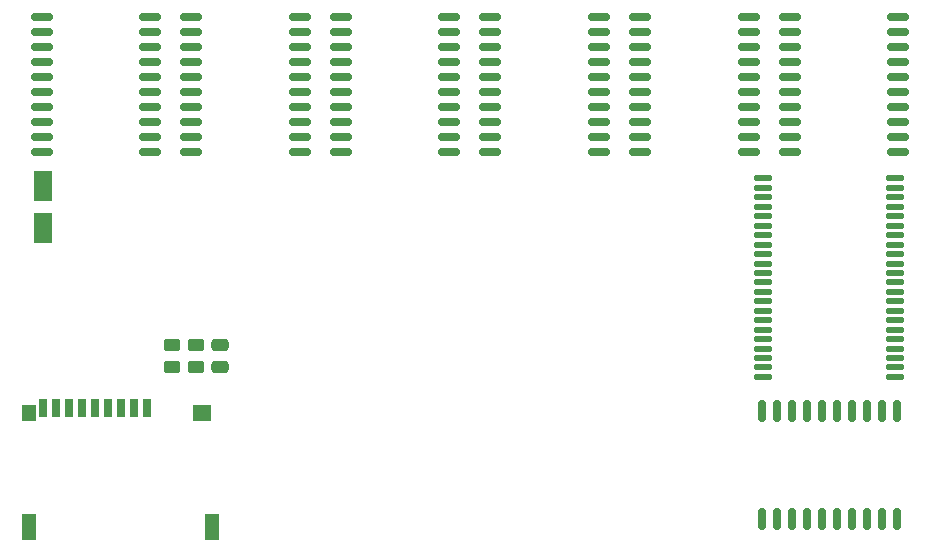
<source format=gbr>
%TF.GenerationSoftware,KiCad,Pcbnew,8.0.4+dfsg-1*%
%TF.CreationDate,2024-12-19T01:54:21-05:00*%
%TF.ProjectId,VGA_SRAM_Shield,5647415f-5352-4414-9d5f-536869656c64,rev?*%
%TF.SameCoordinates,Original*%
%TF.FileFunction,Paste,Top*%
%TF.FilePolarity,Positive*%
%FSLAX46Y46*%
G04 Gerber Fmt 4.6, Leading zero omitted, Abs format (unit mm)*
G04 Created by KiCad (PCBNEW 8.0.4+dfsg-1) date 2024-12-19 01:54:21*
%MOMM*%
%LPD*%
G01*
G04 APERTURE LIST*
G04 Aperture macros list*
%AMRoundRect*
0 Rectangle with rounded corners*
0 $1 Rounding radius*
0 $2 $3 $4 $5 $6 $7 $8 $9 X,Y pos of 4 corners*
0 Add a 4 corners polygon primitive as box body*
4,1,4,$2,$3,$4,$5,$6,$7,$8,$9,$2,$3,0*
0 Add four circle primitives for the rounded corners*
1,1,$1+$1,$2,$3*
1,1,$1+$1,$4,$5*
1,1,$1+$1,$6,$7*
1,1,$1+$1,$8,$9*
0 Add four rect primitives between the rounded corners*
20,1,$1+$1,$2,$3,$4,$5,0*
20,1,$1+$1,$4,$5,$6,$7,0*
20,1,$1+$1,$6,$7,$8,$9,0*
20,1,$1+$1,$8,$9,$2,$3,0*%
G04 Aperture macros list end*
%ADD10RoundRect,0.150000X-0.800000X-0.150000X0.800000X-0.150000X0.800000X0.150000X-0.800000X0.150000X0*%
%ADD11RoundRect,0.150000X0.150000X-0.800000X0.150000X0.800000X-0.150000X0.800000X-0.150000X-0.800000X0*%
%ADD12RoundRect,0.250000X-0.550000X1.050000X-0.550000X-1.050000X0.550000X-1.050000X0.550000X1.050000X0*%
%ADD13RoundRect,0.250000X0.450000X-0.262500X0.450000X0.262500X-0.450000X0.262500X-0.450000X-0.262500X0*%
%ADD14RoundRect,0.137500X-0.625000X-0.137500X0.625000X-0.137500X0.625000X0.137500X-0.625000X0.137500X0*%
%ADD15R,0.700000X1.600000*%
%ADD16R,1.200000X2.200000*%
%ADD17R,1.600000X1.400000*%
%ADD18R,1.200000X1.400000*%
%ADD19RoundRect,0.250000X0.475000X-0.250000X0.475000X0.250000X-0.475000X0.250000X-0.475000X-0.250000X0*%
G04 APERTURE END LIST*
D10*
%TO.C,U14*%
X84360800Y-136810000D03*
X84360800Y-138080000D03*
X84360800Y-139350000D03*
X84360800Y-140620000D03*
X84360800Y-141890000D03*
X84360800Y-143160000D03*
X84360800Y-144430000D03*
X84360800Y-145700000D03*
X84360800Y-146970000D03*
X84360800Y-148240000D03*
X93560800Y-148240000D03*
X93560800Y-146970000D03*
X93560800Y-145700000D03*
X93560800Y-144430000D03*
X93560800Y-143160000D03*
X93560800Y-141890000D03*
X93560800Y-140620000D03*
X93560800Y-139350000D03*
X93560800Y-138080000D03*
X93560800Y-136810000D03*
%TD*%
%TO.C,U12*%
X59021600Y-136810000D03*
X59021600Y-138080000D03*
X59021600Y-139350000D03*
X59021600Y-140620000D03*
X59021600Y-141890000D03*
X59021600Y-143160000D03*
X59021600Y-144430000D03*
X59021600Y-145700000D03*
X59021600Y-146970000D03*
X59021600Y-148240000D03*
X68221600Y-148240000D03*
X68221600Y-146970000D03*
X68221600Y-145700000D03*
X68221600Y-144430000D03*
X68221600Y-143160000D03*
X68221600Y-141890000D03*
X68221600Y-140620000D03*
X68221600Y-139350000D03*
X68221600Y-138080000D03*
X68221600Y-136810000D03*
%TD*%
D11*
%TO.C,U2*%
X107315000Y-179352000D03*
X108585000Y-179352000D03*
X109855000Y-179352000D03*
X111125000Y-179352000D03*
X112395000Y-179352000D03*
X113665000Y-179352000D03*
X114935000Y-179352000D03*
X116205000Y-179352000D03*
X117475000Y-179352000D03*
X118745000Y-179352000D03*
X118745000Y-170152000D03*
X117475000Y-170152000D03*
X116205000Y-170152000D03*
X114935000Y-170152000D03*
X113665000Y-170152000D03*
X112395000Y-170152000D03*
X111125000Y-170152000D03*
X109855000Y-170152000D03*
X108585000Y-170152000D03*
X107315000Y-170152000D03*
%TD*%
D12*
%TO.C,C9*%
X46482000Y-151108000D03*
X46482000Y-154708000D03*
%TD*%
D13*
%TO.C,R13*%
X57404000Y-166417000D03*
X57404000Y-164592000D03*
%TD*%
D14*
%TO.C,U1*%
X107443000Y-150484000D03*
X107443000Y-151284000D03*
X107443000Y-152084000D03*
X107443000Y-152884000D03*
X107443000Y-153684000D03*
X107443000Y-154484000D03*
X107443000Y-155284000D03*
X107443000Y-156084000D03*
X107443000Y-156884000D03*
X107443000Y-157684000D03*
X107443000Y-158484000D03*
X107443000Y-159284000D03*
X107443000Y-160084000D03*
X107443000Y-160884000D03*
X107443000Y-161684000D03*
X107443000Y-162484000D03*
X107443000Y-163284000D03*
X107443000Y-164084000D03*
X107443000Y-164884000D03*
X107443000Y-165684000D03*
X107443000Y-166484000D03*
X107443000Y-167284000D03*
X118618000Y-167284000D03*
X118618000Y-166484000D03*
X118618000Y-165684000D03*
X118618000Y-164884000D03*
X118618000Y-164084000D03*
X118618000Y-163284000D03*
X118618000Y-162484000D03*
X118618000Y-161684000D03*
X118618000Y-160884000D03*
X118618000Y-160084000D03*
X118618000Y-159284000D03*
X118618000Y-158484000D03*
X118618000Y-157684000D03*
X118618000Y-156884000D03*
X118618000Y-156084000D03*
X118618000Y-155284000D03*
X118618000Y-154484000D03*
X118618000Y-153684000D03*
X118618000Y-152884000D03*
X118618000Y-152084000D03*
X118618000Y-151284000D03*
X118618000Y-150484000D03*
%TD*%
D13*
%TO.C,R14*%
X59436000Y-166417000D03*
X59436000Y-164592000D03*
%TD*%
D10*
%TO.C,U18*%
X97030400Y-136810000D03*
X97030400Y-138080000D03*
X97030400Y-139350000D03*
X97030400Y-140620000D03*
X97030400Y-141890000D03*
X97030400Y-143160000D03*
X97030400Y-144430000D03*
X97030400Y-145700000D03*
X97030400Y-146970000D03*
X97030400Y-148240000D03*
X106230400Y-148240000D03*
X106230400Y-146970000D03*
X106230400Y-145700000D03*
X106230400Y-144430000D03*
X106230400Y-143160000D03*
X106230400Y-141890000D03*
X106230400Y-140620000D03*
X106230400Y-139350000D03*
X106230400Y-138080000D03*
X106230400Y-136810000D03*
%TD*%
%TO.C,U13*%
X71691200Y-136810000D03*
X71691200Y-138080000D03*
X71691200Y-139350000D03*
X71691200Y-140620000D03*
X71691200Y-141890000D03*
X71691200Y-143160000D03*
X71691200Y-144430000D03*
X71691200Y-145700000D03*
X71691200Y-146970000D03*
X71691200Y-148240000D03*
X80891200Y-148240000D03*
X80891200Y-146970000D03*
X80891200Y-145700000D03*
X80891200Y-144430000D03*
X80891200Y-143160000D03*
X80891200Y-141890000D03*
X80891200Y-140620000D03*
X80891200Y-139350000D03*
X80891200Y-138080000D03*
X80891200Y-136810000D03*
%TD*%
%TO.C,U11*%
X46352000Y-136810000D03*
X46352000Y-138080000D03*
X46352000Y-139350000D03*
X46352000Y-140620000D03*
X46352000Y-141890000D03*
X46352000Y-143160000D03*
X46352000Y-144430000D03*
X46352000Y-145700000D03*
X46352000Y-146970000D03*
X46352000Y-148240000D03*
X55552000Y-148240000D03*
X55552000Y-146970000D03*
X55552000Y-145700000D03*
X55552000Y-144430000D03*
X55552000Y-143160000D03*
X55552000Y-141890000D03*
X55552000Y-140620000D03*
X55552000Y-139350000D03*
X55552000Y-138080000D03*
X55552000Y-136810000D03*
%TD*%
%TO.C,U20*%
X109700000Y-136810000D03*
X109700000Y-138080000D03*
X109700000Y-139350000D03*
X109700000Y-140620000D03*
X109700000Y-141890000D03*
X109700000Y-143160000D03*
X109700000Y-144430000D03*
X109700000Y-145700000D03*
X109700000Y-146970000D03*
X109700000Y-148240000D03*
X118900000Y-148240000D03*
X118900000Y-146970000D03*
X118900000Y-145700000D03*
X118900000Y-144430000D03*
X118900000Y-143160000D03*
X118900000Y-141890000D03*
X118900000Y-140620000D03*
X118900000Y-139350000D03*
X118900000Y-138080000D03*
X118900000Y-136810000D03*
%TD*%
D15*
%TO.C,J4*%
X55315032Y-169878145D03*
X54215032Y-169878145D03*
X53115032Y-169878145D03*
X52015032Y-169878145D03*
X50915032Y-169878145D03*
X49815032Y-169878145D03*
X48715032Y-169878145D03*
X47615032Y-169878145D03*
X46515032Y-169878145D03*
D16*
X60815032Y-179978145D03*
D17*
X59915032Y-170378145D03*
D16*
X45315032Y-179978145D03*
D18*
X45315032Y-170378145D03*
%TD*%
D19*
%TO.C,C1*%
X61468000Y-166474500D03*
X61468000Y-164574500D03*
%TD*%
M02*

</source>
